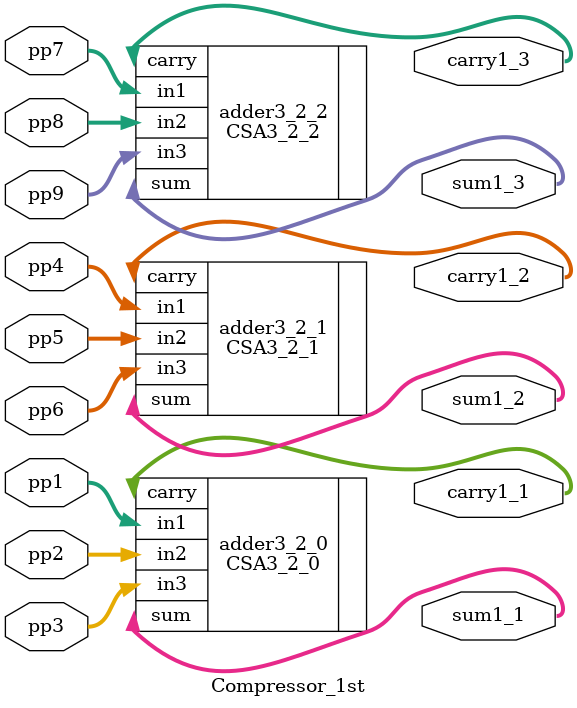
<source format=v>
/* The reproduction of Multer from wdzs

    This module is the first level of adder-tree.
    
    Version list:
    1st version
        2022/08/14 by winetrs wen
*/

module Compressor_1st(
    // input
    pp1,
    pp2,
    pp3,
    pp4,
    pp5,
    pp6,
    pp7,
    pp8,
    pp9,
    // output
    sum1_1,
    carry1_1,
    sum1_2,
    carry1_2,
    sum1_3,
    carry1_3
);


input   [19:0]                                      pp1;
input   [20:0]                                      pp2;
input   [20:0]                                      pp3;
input   [20:0]                                      pp4;
input   [20:0]                                      pp5;
input   [20:0]                                      pp6;
input   [20:0]                                      pp7;
input   [19:0]                                      pp8;
input   [17:0]                                      pp9;

output  [22:0]                                      sum1_1;
output  [24:0]                                      sum1_2;
output  [21:0]                                      sum1_3;
output  [20:0]                                      carry1_1;
output  [20:0]                                      carry1_2;
output  [19:0]                                      carry1_3;


CSA3_2_0    adder3_2_0(
    // input
    .in1                                        (pp1),
    .in2                                        (pp2),
    .in3                                        (pp3),
    // output
    .sum                                        (sum1_1),
    .carry                                      (carry1_1)
);


CSA3_2_1    adder3_2_1(
    // input
    .in1                                        (pp4),
    .in2                                        (pp5),
    .in3                                        (pp6),
    // output
    .sum                                        (sum1_2),
    .carry                                      (carry1_2)
);


CSA3_2_2    adder3_2_2(
    // input
    .in1                                        (pp7),
    .in2                                        (pp8),
    .in3                                        (pp9),
    // output
    .sum                                        (sum1_3),
    .carry                                      (carry1_3)
);


endmodule
</source>
